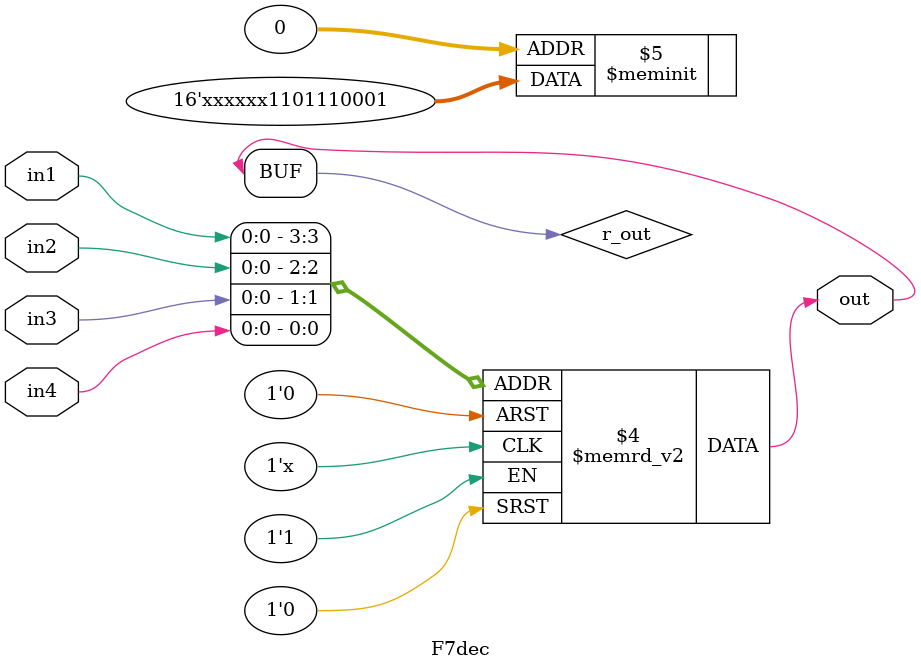
<source format=v>
module F7dec(output out, input in1, in2, in3, in4);
  reg r_out;
  assign out = r_out;
  always@(in1, in2, in3, in4)
    begin
      case({in1, in2, in3, in4})
        4'b0000: out = 1'b1;
        4'b0001: out = 1'b0;
        4'b0010: out = 1'b0;
        4'b0011: out = 1'b0;
        4'b0100: out = 1'b1;
        4'b0101: out = 1'b1;
        4'b0110: out = 1'b1;
        4'b0111: out = 1'b0;
	4'b1000: out = 1'b1;
        4'b1001: out = 1'b1;
        4'b1010: out = 1'bx;
        4'b1011: out = 1'bx;
        4'b1100: out = 1'bx;
        4'b1101: out = 1'bx;
        4'b1110: out = 1'bx;
        4'b1111: out = 1'bx;
	
        default: out = 1'b0;
      endcase
    end
endmodule

</source>
